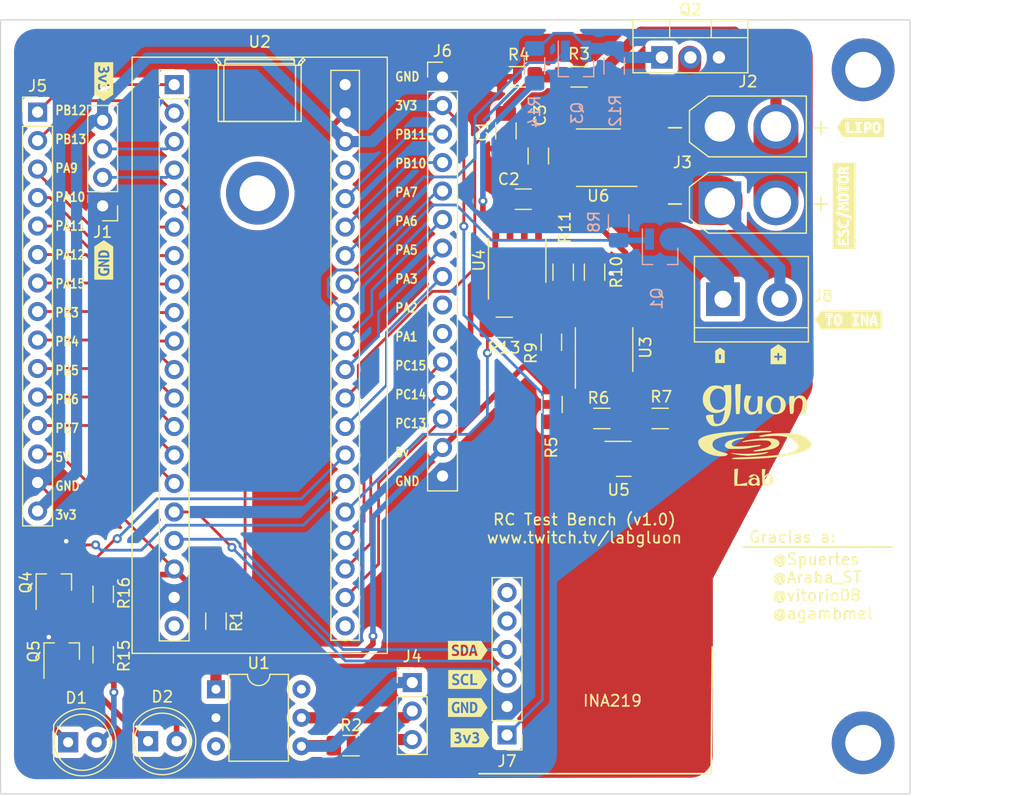
<source format=kicad_pcb>
(kicad_pcb (version 20211014) (generator pcbnew)
  (layers (0 "F.Cu" signal) (31 "B.Cu" signal) (34 "B.Paste" user) (35 "F.Paste" user) (36 "B.SilkS" user "B.Silkscreen") (37 "F.SilkS" user "F.Silkscreen") (38 "B.Mask" user) (39 "F.Mask" user) (44 "Edge.Cuts" user))
  (net 0 "")
  (net 1 "LIPO_NEG")
  (net 2 "Net-(J1-Pad2)")
  (net 3 "Net-(J1-Pad3)")
  (net 4 "+3V3")
  (net 5 "LIPO_POS")
  (net 6 "V_ESC_N")
  (net 7 "ESC_PWM")
  (net 8 "ESC_5V")
  (net 9 "ESC_GND")
  (net 10 "PB12")
  (net 11 "PB13")
  (net 12 "PA9")
  (net 13 "PA10")
  (net 14 "PA11")
  (net 15 "PA12")
  (net 16 "PA15")
  (net 17 "PB3")
  (net 18 "PB4")
  (net 19 "PB5")
  (net 20 "PB6")
  (net 21 "PB7")
  (net 22 "+5V")
  (net 23 "PB11")
  (net 24 "PB10")
  (net 25 "PA7")
  (net 26 "PA6")
  (net 27 "PA5")
  (net 28 "PA3")
  (net 29 "Net-(D1-Pad1)")
  (net 30 "PC15")
  (net 31 "PC14")
  (net 32 "PC13")
  (net 33 "INA_SCL")
  (net 34 "INA_SDA")
  (net 37 "Net-(J8-Pad1)")
  (net 38 "LOW_PATH_ACT")
  (net 39 "Net-(Q2-Pad1)")
  (net 40 "Net-(Q2-Pad2)")
  (net 41 "HIGH_PATH_ACT")
  (net 42 "PWM_TO_ESC")
  (net 43 "Net-(R1-Pad2)")
  (net 44 "V_FEEDBACK")
  (net 45 "Net-(D1-Pad2)")
  (net 46 "Net-(D2-Pad1)")
  (net 47 "Net-(D2-Pad2)")
  (net 50 "LED_2")
  (net 51 "HIGH_CURRENT_ADC_adap")
  (net 60 "HIGH_CURRENT_ADC")
  (net 61 "LED_1")
  (net 62 "Net-(U6-Pad6)")
  (net 63 "Net-(R5-Pad2)")
  (net 64 "Net-(R6-Pad2)")
  (net 65 "Net-(R13-Pad1)")
  (net 66 "Net-(R9-Pad1)")
  (net 67 "Net-(R10-Pad2)")
  (net 68 "Net-(R10-Pad1)")
  (footprint "Connector_AMASS:AMASS_XT30U-F_1x02_P5.0mm_Vertical" (layer "F.Cu") (at 117.225 59.2)
    (fp_text reference "J2")
    (fp_text value "FROM_LIPO")
  )
  (footprint "Resistor_SMD:R_1206_3216Metric_Pad1.30x1.75mm_HandSolder" (layer "F.Cu") (at 72.3 103.3 -90)
    (fp_text reference "R1")
    (fp_text value "220")
  )
  (footprint "Package_TO_SOT_SMD:SOT-23_Handsoldering" (layer "F.Cu") (at 57.85 99.85 90)
    (fp_text reference "Q4")
    (fp_text value "IRLML2502")
  )
  (footprint "STM32_Blue_Pill:LogoGluon_12mm" (layer "F.Cu") (at 120.3 86.4)
    (fp_text reference "G***" hide)
    (fp_text value "LOGO" hide)
  )
  (footprint "kibuzzard-6356CE47" (layer "F.Cu") (at 117.235 79.6 90)
    (fp_text reference "kibuzzard-6356CE47" hide)
    (fp_text value "G***" hide)
  )
  (footprint "Connector_PinHeader_2.54mm:PinHeader_1x03_P2.54mm_Vertical" (layer "F.Cu") (at 89.8 108.775)
    (fp_text reference "J4")
    (fp_text value "ESC_PWM_CONTROL")
  )
  (footprint "kibuzzard-6356CD66" (layer "F.Cu") (at 94.75 111)
    (fp_text reference "kibuzzard-6356CD66" hide)
    (fp_text value "G***" hide)
  )
  (footprint "" (layer "F.Cu") (at 76 65.15)
    (fp_text reference "")
    (fp_text value "")
  )
  (footprint "Package_SO:SOIC-8_3.9x4.9mm_P1.27mm" (layer "F.Cu") (at 106.38875 61.985 180)
    (fp_text reference "U6")
    (fp_text value "ACS712xLCTR-20A")
  )
  (footprint "Connector_PinHeader_2.54mm:PinHeader_1x04_P2.54mm_Vertical" (layer "F.Cu") (at 62.2 66.28 180)
    (fp_text reference "J1")
    (fp_text value "LoadCell")
  )
  (footprint "TerminalBlock:TerminalBlock_bornier-2_P5.08mm" (layer "F.Cu") (at 117.495 74.6)
    (fp_text reference "J8")
    (fp_text value "INA219_CURRENT")
  )
  (footprint "kibuzzard-6356CE02" (layer "F.Cu") (at 128.3 66.275 90)
    (fp_text reference "kibuzzard-6356CE02" hide)
    (fp_text value "G***" hide)
  )
  (footprint "Capacitor_SMD:C_1206_3216Metric_Pad1.33x1.80mm_HandSolder" (layer "F.Cu") (at 98.15 59.6 -90)
    (fp_text reference "C1")
    (fp_text value "100nF")
  )
  (footprint "Resistor_SMD:R_1206_3216Metric_Pad1.30x1.75mm_HandSolder" (layer "F.Cu") (at 104.675 54.775 180)
    (fp_text reference "R3")
    (fp_text value "4k7")
  )
  (footprint "Resistor_SMD:R_1206_3216Metric_Pad1.30x1.75mm_HandSolder" (layer "F.Cu") (at 103.254264 72.189264 90)
    (fp_text reference "R11")
    (fp_text value "20k")
  )
  (footprint "Resistor_SMD:R_1206_3216Metric_Pad1.30x1.75mm_HandSolder" (layer "F.Cu") (at 99.175 54.775 180)
    (fp_text reference "R4")
    (fp_text value "1k")
  )
  (footprint "LED_THT:LED_D5.0mm" (layer "F.Cu") (at 66.25 114)
    (fp_text reference "D2")
    (fp_text value "LED_2")
  )
  (footprint "" (layer "F.Cu") (at 130 54.15)
    (fp_text reference "")
    (fp_text value "")
  )
  (footprint "kibuzzard-6356CD7C" (layer "F.Cu") (at 94.75 108.5)
    (fp_text reference "kibuzzard-6356CD7C" hide)
    (fp_text value "G***" hide)
  )
  (footprint "Connector_AMASS:AMASS_XT30U-F_1x02_P5.0mm_Vertical" (layer "F.Cu") (at 117.225 66)
    (fp_text reference "J3")
    (fp_text value "ALIM_ESC")
  )
  (footprint "kibuzzard-6356CD5A" (layer "F.Cu") (at 62.3 55.2 -90)
    (fp_text reference "kibuzzard-6356CD5A" hide)
    (fp_text value "G***" hide)
  )
  (footprint "MountingHole:MountingHole_3.2mm_M3_DIN965_Pad" (layer "F.Cu") (at 130 114.15)
    (fp_text reference "REF**" hide)
    (fp_text value "MountingHole_3.2mm_M3_DIN965_Pad")
  )
  (footprint "kibuzzard-6356CE38" (layer "F.Cu") (at 122.435 79.5 90)
    (fp_text reference "kibuzzard-6356CE38" hide)
    (fp_text value "G***" hide)
  )
  (footprint "Connector_PinHeader_2.54mm:PinHeader_1x15_P2.54mm_Vertical" (layer "F.Cu") (at 56.4 57.92)
    (fp_text reference "J5")
    (fp_text value "H1")
  )
  (footprint "Resistor_SMD:R_1206_3216Metric_Pad1.30x1.75mm_HandSolder" (layer "F.Cu") (at 98.004264 77.109264 180)
    (fp_text reference "R13")
    (fp_text value "20k")
  )
  (footprint "Package_SO:SOP-8_3.9x4.9mm_P1.27mm" (layer "F.Cu") (at 99.154264 71.139264 90)
    (fp_text reference "U4")
    (fp_text value "LM358")
  )
  (footprint "Package_TO_SOT_SMD:SOT-23_Handsoldering" (layer "F.Cu") (at 58.55 106 90)
    (fp_text reference "Q5")
    (fp_text value "IRLML2502")
  )
  (footprint "kibuzzard-635D7BC7" (layer "F.Cu") (at 129.75 59.3)
    (fp_text reference "kibuzzard-635D7BC7" hide)
    (fp_text value "G***" hide)
  )
  (footprint "Connector_PinHeader_2.54mm:PinHeader_1x15_P2.54mm_Vertical" (layer "F.Cu") (at 92.5 54.8)
    (fp_text reference "J6")
    (fp_text value "H2")
  )
  (footprint "kibuzzard-6356CD66" (layer "F.Cu") (at 62.3 71.1 90)
    (fp_text reference "kibuzzard-6356CD66" hide)
    (fp_text value "G***" hide)
  )
  (footprint "Resistor_SMD:R_1206_3216Metric_Pad1.30x1.75mm_HandSolder" (layer "F.Cu") (at 84.35 114.4)
    (fp_text reference "R2")
    (fp_text value "1k")
  )
  (footprint "Package_TO_SOT_THT:TO-220-3_Vertical" (layer "F.Cu") (at 112.06 53.045)
    (fp_text reference "Q2")
    (fp_text value "IRF3808")
  )
  (footprint "Package_TO_SOT_SMD:SOT-23" (layer "F.Cu") (at 108.654264 88.834264)
    (fp_text reference "U5")
    (fp_text value "TL432DBZ")
  )
  (footprint "Connector_PinHeader_2.54mm:PinHeader_1x06_P2.54mm_Vertical" (layer "F.Cu") (at 98.25 113.45 180)
    (fp_text reference "J7")
    (fp_text value "UNA219_IF")
  )
  (footprint "Resistor_SMD:R_1206_3216Metric_Pad1.30x1.75mm_HandSolder" (layer "F.Cu") (at 106.704264 85.234264)
    (fp_text reference "R6")
    (fp_text value "1k")
  )
  (footprint "Resistor_SMD:R_1206_3216Metric_Pad1.30x1.75mm_HandSolder" (layer "F.Cu") (at 106.054264 72.189264 -90)
    (fp_text reference "R10")
    (fp_text value "20k")
  )
  (footprint "Capacitor_SMD:C_1206_3216Metric_Pad1.33x1.80mm_HandSolder" (layer "F.Cu") (at 101.03875 61.835 90)
    (fp_text reference "C3")
    (fp_text value "100nF")
  )
  (footprint "Resistor_SMD:R_1206_3216Metric_Pad1.30x1.75mm_HandSolder" (layer "F.Cu") (at 102.254264 83.984264 -90)
    (fp_text reference "R5")
    (fp_text value "100")
  )
  (footprint "Package_DIP:DIP-6_W7.62mm" (layer "F.Cu") (at 72.3 109.375)
    (fp_text reference "U1")
    (fp_text value "4N25")
  )
  (footprint "Resistor_SMD:R_1206_3216Metric_Pad1.30x1.75mm_HandSolder" (layer "F.Cu") (at 62.25 100.9 -90)
    (fp_text reference "R16")
    (fp_text value "10k")
  )
  (footprint "kibuzzard-6356CD87" (layer "F.Cu") (at 94.75 105.9)
    (fp_text reference "kibuzzard-6356CD87" hide)
    (fp_text value "G***" hide)
  )
  (footprint "kibuzzard-635D7BB9" (layer "F.Cu") (at 128.675 76.45)
    (fp_text reference "kibuzzard-635D7BB9" hide)
    (fp_text value "G***" hide)
  )
  (footprint "Resistor_SMD:R_1206_3216Metric_Pad1.30x1.75mm_HandSolder" (layer "F.Cu") (at 111.904264 85.234264 180)
    (fp_text reference "R7")
    (fp_text value "4k7")
  )
  (footprint "Capacitor_SMD:C_1206_3216Metric_Pad1.33x1.80mm_HandSolder" (layer "F.Cu") (at 99.70125 65.685 180)
    (fp_text reference "C2")
    (fp_text value "100nF")
  )
  (footprint "Package_SO:SOP-8_3.9x4.9mm_P1.27mm" (layer "F.Cu") (at 106.904264 79.089264 90)
    (fp_text reference "U3")
    (fp_text value "LM358")
  )
  (footprint "STM32_Blue_Pill:YAAJ_BluePill_1b" (layer "F.Cu") (at 68.58 55.47)
    (fp_text reference "U2")
    (fp_text value "YAAJ_BluePill_Part_Like" hide)
  )
  (footprint "kibuzzard-6356CD5A" (layer "F.Cu") (at 94.95 113.7)
    (fp_text reference "kibuzzard-6356CD5A" hide)
    (fp_text value "G***" hide)
  )
  (footprint "Resistor_SMD:R_1206_3216Metric_Pad1.30x1.75mm_HandSolder" (layer "F.Cu") (at 102.204264 78.439264 90)
    (fp_text reference "R9")
    (fp_text value "20k")
  )
  (footprint "LED_THT:LED_D5.0mm" (layer "F.Cu") (at 59.125 114.1)
    (fp_text reference "D1")
    (fp_text value "LED_1")
  )
  (footprint "Resistor_SMD:R_1206_3216Metric_Pad1.30x1.75mm_HandSolder" (layer "F.Cu") (at 62.25 106.3 -90)
    (fp_text reference "R15")
    (fp_text value "10k")
  )
  (footprint "Resistor_SMD:R_1206_3216Metric_Pad1.30x1.75mm_HandSolder" (layer "B.Cu") (at 107.8 53.8 -90)
    (fp_text reference "R12")
    (fp_text value "100k")
  )
  (footprint "Resistor_SMD:R_1206_3216Metric_Pad1.30x1.75mm_HandSolder" (layer "B.Cu") (at 100.7 53.8 90)
    (fp_text reference "R14")
    (fp_text value "1K")
  )
  (footprint "Package_TO_SOT_SMD:SOT-23_Handsoldering" (layer "B.Cu") (at 104.4 54 -90)
    (fp_text reference "Q3")
    (fp_text value "IRLML2502")
  )
  (footprint "Resistor_SMD:R_1206_3216Metric_Pad1.30x1.75mm_HandSolder" (layer "B.Cu") (at 108.2 67.8 90)
    (fp_text reference "R8")
    (fp_text value "10k")
  )
  (footprint "Package_TO_SOT_SMD:SOT-23_Handsoldering" (layer "B.Cu") (at 111.9 70.75 -90)
    (fp_text reference "Q1")
    (fp_text value "IRLML2502")
  )
  (gr_line (start 116.45 116.9) (end 116.55 105.6) (layer "F.SilkS") (width 0.15))
  (gr_line (start 119.3 96.7) (end 132.6 96.7) (layer "F.SilkS") (width 0.15))
  (gr_line (start 95.75 116.9) (end 116.45 116.9) (layer "F.SilkS") (width 0.15))
  (gr_rect (start 53.1 49.7) (end 134.175 118.7) (layer "Edge.Cuts") (width 0.1) (fill none))
  (gr_text "RC Test Bench (v1.0)\nwww.twitch.tv/labgluon" (at 105.15 95.05) (layer "F.SilkS") (effects (font (size 1 1))))
  (gr_text "GND\n\n3V3\n\nPB11\n\nPB10\n\nPA7\n\nPA6\n\nPA5\n\nPA3\n\nPA2\n\nPA1\n\nPC15\n\nPC14\n\nPC13\n\n5v\n\nGND" (at 88.2 72.8) (layer "F.SilkS") (effects (font (size 0.8 0.7)) (justify left)))
  (gr_text "INA219\n" (at 107.65 110.4) (layer "F.SilkS") (effects (font (size 1 1))))
  (gr_text "@Spuertes\n@Araba_ST\n@vitorio08\n@agambmel" (at 121.8 100.2) (layer "F.SilkS") (effects (font (size 1 1)) (justify left)))
  (gr_text "Gracias a:" (at 123.7 95.8) (layer "F.SilkS") (effects (font (size 1 1))))
  (gr_text "PB12\n\nPB13\n\nPA9\n\nPA10\n\nPA11\n\nPA12\n\nPA15\n\nPB3\n\nPB4\n\nPB5\n\nPB6\n\nPB7\n\n5V\n\nGND\n\n3v3\n" (at 57.9 75.8) (layer "F.SilkS") (effects (font (size 0.8 0.7)) (justify left)))
  (segment (start 101.23125 60.08) (end 103.91375 60.08) (width 1) (layer "F.Cu") (net 1))
  (segment (start 83.82 55.47) (end 84.49 54.8) (width 2) (layer "F.Cu") (net 1))
  (segment (start 57.85 96.775) (end 57.85 98.35) (width 0.25) (layer "F.Cu") (net 1))
  (segment (start 84.49 54.8) (end 92.5 54.8) (width 2) (layer "F.Cu") (net 1))
  (segment (start 58.95 96.175) (end 58.45 96.175) (width 0.25) (layer "F.Cu") (net 1))
  (segment (start 58.975 93.515) (end 56.4 90.94) (width 0.25) (layer "F.Cu") (net 1))
  (segment (start 58.975 96.15) (end 58.975 93.515) (width 0.25) (layer "F.Cu") (net 1))
  (segment (start 58.45 96.175) (end 57.85 96.775) (width 0.25) (layer "F.Cu") (net 1))
  (segment (start 109.591764 88.834264) (end 109.854264 88.834264) (width 1) (layer "F.Cu") (net 1))
  (segment (start 109.854264 88.834264) (end 113.454264 85.234264) (width 1) (layer "F.Cu") (net 1))
  (segment (start 58.95 96.175) (end 58.975 96.15) (width 0.25) (layer "F.Cu") (net 1))
  (segment (start 101.03875 60.2725) (end 101.23125 60.08) (width 1) (layer "F.Cu") (net 1))
  (segment (start 57.625 104.5) (end 57.4 104.725) (width 0.25) (layer "F.Cu") (net 1))
  (segment (start 58.55 104.5) (end 57.625 104.5) (width 0.25) (layer "F.Cu") (net 1))
  (via (at 107.5 72.3) (size 0.8) (drill 0.4) (layers "F.Cu" "B.Cu") (net 1))
  (via (at 57.4 104.725) (size 0.8) (drill 0.4) (layers "F.Cu" "B.Cu") (net 1))
  (via (at 58.95 96.175) (size 0.8) (drill 0.4) (layers "F.Cu" "B.Cu") (net 1))
  (segment (start 117.14 53.045) (end 117.14 53.86) (width 1) (layer "B.Cu") (net 1))
  (segment (start 60.935 98.16) (end 60.935 101.19) (width 0.25) (layer "B.Cu") (net 1))
  (segment (start 58.95 96.175) (end 60.935 98.16) (width 0.25) (layer "B.Cu") (net 1))
  (segment (start 57.4 104.725) (end 60.935 101.19) (width 0.25) (layer "B.Cu") (net 1))
  (segment (start 60.935 101.19) (end 68.58 101.19) (width 0.25) (layer "B.Cu") (net 1))
  (segment (start 117.14 53.86) (end 115.65 55.35) (width 1) (layer "B.Cu") (net 1))
  (segment (start 115.65 55.35) (end 107.8 55.35) (width 1) (layer "B.Cu") (net 1))
  (segment (start 62.2 63.74) (end 67.93 63.74) (width 0.25) (layer "B.Cu") (net 2))
  (segment (start 67.93 63.74) (end 68.58 63.09) (width 0.25) (layer "B.Cu") (net 2))
  (segment (start 67.93 61.2) (end 68.58 60.55) (width 0.25) (layer "B.Cu") (net 3))
  (segment (start 62.2 61.2) (end 67.93 61.2) (width 0.25) (layer "B.Cu") (net 3))
  (segment (start 94.4 68.1) (end 94.4 59.24) (width 0.25) (layer "F.Cu") (net 4))
  (segment (start 94.4 59.24) (end 92.5 57.34) (width 0.25) (layer "F.Cu") (net 4))
  (via (at 94.4 68.1) (size 0.8) (drill 0.4) (layers "F.Cu" "B.Cu") (net 4))
  (segment (start 86.25 60.55) (end 89.46 57.34) (width 1) (layer "B.Cu") (net 4))
  (segment (start 83.82 60.55) (end 86.25 60.55) (width 1) (layer "B.Cu") (net 4))
  (segment (start 76.37 53.1) (end 83.82 60.55) (width 1) (layer "B.Cu") (net 4))
  (segment (start 94.4 76) (end 101.4 83) (width 0.25) (layer "B.Cu") (net 4))
  (segment (start 62.2 58.66) (end 62.2 57.1) (width 1) (layer "B.Cu") (net 4))
  (segment (start 61.34 58.66) (end 62.2 58.66) (width 1) (layer "B.Cu") (net 4))
  (segment (start 62.2 57.1) (end 66.2 53.1) (width 1) (layer "B.Cu") (net 4))
  (segment (start 59.877897 90.002103) (end 59.877897 60.122103) (width 1) (layer "B.Cu") (net 4))
  (segment (start 94.4 68.1) (end 94.4 76) (width 0.25) (layer "B.Cu") (net 4))
  (segment (start 56.4 93.48) (end 59.877897 90.002103) (width 1) (layer "B.Cu") (net 4))
  (segment (start 101.4 83) (end 101.4 110.3) (width 0.25) (layer "B.Cu") (net 4))
  (segment (start 101.4 110.3) (end 98.25 113.45) (width 0.25) (layer "B.Cu") (net 4))
  (segment (start 66.2 53.1) (end 76.37 53.1) (width 1) (layer "B.Cu") (net 4))
  (segment (start 89.46 57.34) (end 92.5 57.34) (width 1) (layer "B.Cu") (net 4))
  (segment (start 59.877897 60.122103) (end 61.34 58.66) (width 1) (layer "B.Cu") (net 4))
  (segment (start 118.525 50.8) (end 122.225 54.5) (width 1) (layer "F.Cu") (net 5))
  (segment (start 122.225 54.5) (end 122.225 59.2) (width 1) (layer "F.Cu") (net 5))
  (segment (start 110.2 50.8) (end 118.525 50.8) (width 1) (layer "F.Cu") (net 5))
  (segment (start 122.225 66) (end 122.225 59.2) (width 4) (layer "F.Cu") (net 5))
  (segment (start 106.225 54.775) (end 110.2 50.8) (width 1) (layer "F.Cu") (net 5))
  (segment (start 122.575 71.825) (end 117.225 66.475) (width 1) (layer "B.Cu") (net 6))
  (segment (start 117.225 66.475) (end 117.225 66) (width 1) (layer "B.Cu") (net 6))
  (segment (start 122.575 74.6) (end 122.575 71.825) (width 1) (layer "B.Cu") (net 6))
  (segment (start 82.8 114.4) (end 79.975 114.4) (width 1) (layer "F.Cu") (net 7))
  (segment (start 79.975 114.4) (end 79.92 114.455) (width 1) (layer "F.Cu") (net 7))
  (segment (start 88.325 108.775) (end 82.645 114.455) (width 1) (layer "B.Cu") (net 7))
  (segment (start 89.8 108.775) (end 88.325 108.775) (width 1) (layer "B.Cu") (net 7))
  (segment (start 82.645 114.455) (end 79.92 114.455) (width 1) (layer "B.Cu") (net 7))
  (segment (start 89.2 111.915) (end 89.8 111.315) (width 1) (layer "F.Cu") (net 8))
  (segment (start 79.92 111.915) (end 89.2 111.915) (width 1) (layer "F.Cu") (net 8))
  (segment (start 89.8 113.855) (end 86.445 113.855) (width 1) (layer "F.Cu") (net 9))
  (segment (start 86.445 113.855) (end 85.9 114.4) (width 1) (layer "F.Cu") (net 9))
  (segment (start 58.85 55.47) (end 68.58 55.47) (width 0.25) (layer "F.Cu") (net 10))
  (segment (start 56.4 57.92) (end 58.85 55.47) (width 0.25) (layer "F.Cu") (net 10))
  (segment (start 67.47 56.9) (end 68.58 58.01) (width 0.25) (layer "F.Cu") (net 11))
  (segment (start 56.4 60.46) (end 59.96 56.9) (width 0.25) (layer "F.Cu") (net 11))
  (segment (start 59.96 56.9) (end 67.47 56.9) (width 0.25) (layer "F.Cu") (net 11))
  (segment (start 56.4 63.35) (end 61.22 68.17) (width 0.25) (layer "F.Cu") (net 12))
  (segment (start 61.22 68.17) (end 68.58 68.17) (width 0.25) (layer "F.Cu") (net 12))
  (segment (start 56.4 63) (end 56.4 63.35) (width 0.25) (layer "F.Cu") (net 12))
  (segment (start 57.49 65.54) (end 62.66 70.71) (width 0.25) (layer "F.Cu") (net 13))
  (segment (start 62.66 70.71) (end 68.58 70.71) (width 0.25) (layer "F.Cu") (net 13))
  (segment (start 56.4 65.54) (end 57.49 65.54) (width 0.25) (layer "F.Cu") (net 13))
  (segment (start 56.4 68.08) (end 59.03 68.08) (width 0.25) (layer "F.Cu") (net 14))
  (segment (start 59.03 68.08) (end 64.2 73.25) (width 0.25) (layer "F.Cu") (net 14))
  (segment (start 64.2 73.25) (end 68.58 73.25) (width 0.25) (layer "F.Cu") (net 14))
  (segment (start 56.4 70.62) (end 60.72 70.62) (width 0.25) (layer "F.Cu") (net 15))
  (segment (start 60.72 70.62) (end 65.89 75.79) (width 0.25) (layer "F.Cu") (net 15))
  (segment (start 65.89 75.79) (end 68.58 75.79) (width 0.25) (layer "F.Cu") (net 15))
  (segment (start 62.06 73.16) (end 67.23 78.33) (width 0.25) (layer "F.Cu") (net 16))
  (segment (start 56.4 73.16) (end 62.06 73.16) (width 0.25) (layer "F.Cu") (net 16))
  (segment (start 67.23 78.33) (end 68.58 78.33) (width 0.25) (layer "F.Cu") (net 16))
  (segment (start 56.4 75.7) (end 63.41 75.7) (width 0.25) (layer "F.Cu") (net 17))
  (segment (start 63.41 75.7) (end 68.58 80.87) (width 0.25) (layer "F.Cu") (net 17))
  (segment (start 56.4 78.24) (end 63.41 78.24) (width 0.25) (layer "F.Cu") (net 18))
  (segment (start 63.41 78.24) (end 68.58 83.41) (width 0.25) (layer "F.Cu") (net 18))
  (segment (start 63.41 80.78) (end 68.58 85.95) (width 0.25) (layer "F.Cu") (net 19))
  (segment (start 56.4 80.78) (end 63.41 80.78) (width 0.25) (layer "F.Cu") (net 19))
  (segment (start 63.41 83.32) (end 68.58 88.49) (width 0.25) (layer "F.Cu") (net 20))
  (segment (start 56.4 83.32) (end 63.41 83.32) (width 0.25) (layer "F.Cu") (net 20))
  (segment (start 63.41 85.86) (end 68.58 91.03) (width 0.25) (layer "F.Cu") (net 21))
  (segment (start 56.4 85.86) (end 63.41 85.86) (width 0.25) (layer "F.Cu") (net 21))
  (segment (start 97.2 68.563528) (end 97.249264 68.514264) (width 0.5) (layer "F.Cu") (net 22))
  (segment (start 60.45 102.95) (end 60.45 101.15) (width 0.5) (layer "F.Cu") (net 22))
  (segment (start 86.3 105.325) (end 85.3 106.325) (width 0.5) (layer "F.Cu") (net 22))
  (segment (start 60.45 101.15) (end 62.25 99.35) (width 0.5) (layer "F.Cu") (net 22))
  (segment (start 56.4 88.4) (end 58.33 88.4) (width 0.25) (layer "F.Cu") (net 22))
  (segment (start 97.2 71.2) (end 97.2 68.563528) (width 0.5) (layer "F.Cu") (net 22))
  (segment (start 58.33 88.4) (end 68.58 98.65) (width 0.25) (layer "F.Cu") (net 22))
  (segment (start 100.004264 80.639264) (end 100.004264 79.739264) (width 0.5) (layer "F.Cu") (net 22))
  (segment (start 85.3 106.325) (end 76.675 106.325) (width 0.5) (layer "F.Cu") (net 22))
  (segment (start 103.074264 78.389264) (end 104.999264 76.464264) (width 0.5) (layer "F.Cu") (net 22))
  (segment (start 103.05875 63.89) (end 101.26375 65.685) (width 0.5) (layer "F.Cu") (net 22))
  (segment (start 96.1 67.365) (end 97.249264 68.514264) (width 0.5) (layer "F.Cu") (net 22))
  (segment (start 73.75 103.4) (end 71.325 103.4) (width 0.5) (layer "F.Cu") (net 22))
  (segment (start 68.08 99.15) (end 68.58 98.65) (width 0.5) (layer "F.Cu") (net 22))
  (segment (start 99.680736 80.639264) (end 100.004264 80.639264) (width 0.5) (layer "F.Cu") (net 22))
  (segment (start 98.125 67.125) (end 97.249264 68.000736) (width 0.5) (layer "F.Cu") (net 22))
  (segment (start 101.354264 78.389264) (end 103.074264 78.389264) (width 0.5) (layer "F.Cu") (net 22))
  (segment (start 102.254264 82.434264) (end 101.799264 82.434264) (width 0.5) (layer "F.Cu") (net 22))
  (segment (start 92.5 87.82) (end 95 85.32) (width 0.5) (layer "F.Cu") (net 22))
  (segment (start 99.82375 67.125) (end 98.125 67.125) (width 0.5) (layer "F.Cu") (net 22))
  (segment (start 71.325 103.4) (end 70.375 102.45) (width 0.5) (layer "F.Cu") (net 22))
  (segment (start 96.1 65.85) (end 96.1 67.365) (width 0.5) (layer "F.Cu") (net 22))
  (segment (start 95 85.32) (end 95 73.4) (width 0.5) (layer "F.Cu") (net 22))
  (segment (start 97.249264 68.000736) (end 97.249264 68.514264) (width 0.5) (layer "F.Cu") (net 22))
  (segment (start 103.91375 63.89) (end 103.05875 63.89) (width 0.5) (layer "F.Cu") (net 22))
  (segment (start 92.5 87.82) (end 99.680736 80.639264) (width 0.5) (layer "F.Cu") (net 22))
  (segment (start 76.675 106.325) (end 73.75 103.4) (width 0.5) (layer "F.Cu") (net 22))
  (segment (start 101.799264 82.434264) (end 100.004264 80.639264) (width 0.5) (layer "F.Cu") (net 22))
  (segment (start 100.004264 79.739264) (end 101.354264 78.389264) (width 0.5) (layer "F.Cu") (net 22))
  (segment (start 62.45 99.15) (end 68.08 99.15) (width 0.5) (layer "F.Cu") (net 22))
  (segment (start 70.375 102.45) (end 70.375 100.445) (width 0.5) (layer "F.Cu") (net 22))
  (segment (start 62.25 99.35) (end 62.45 99.15) (width 0.5) (layer "F.Cu") (net 22))
  (segment (start 101.26375 65.685) (end 99.82375 67.125) (width 0.5) (layer "F.Cu") (net 22))
  (segment (start 95 73.4) (end 97.2 71.2) (width 0.5) (layer "F.Cu") (net 22))
  (segment (start 62.25 104.75) (end 60.45 102.95) (width 0.5) (layer "F.Cu") (net 22))
  (segment (start 86.3 104.625) (end 86.3 105.325) (width 0.5) (layer "F.Cu") (net 22))
  (segment (start 70.375 100.445) (end 68.58 98.65) (width 0.5) (layer "F.Cu") (net 22))
  (via (at 86.3 104.625) (size 0.8) (drill 0.4) (layers "F.Cu" "B.Cu") (net 22))
  (via (at 96.1 65.85) (size 0.8) (drill 0.4) (layers "F.Cu" "B.Cu") (net 22))
  (segment (start 96.1 65.85) (end 96.1 59.95) (width 0.5) (layer "B.Cu") (net 22))
  (segment (start 96.1 59.95) (end 100.7 55.35) (width 0.5) (layer "B.Cu") (net 22))
  (segment (start 86.3 94.02) (end 86.3 104.625) (width 0.5) (layer "B.Cu") (net 22))
  (segment (start 92.5 87.82) (end 86.3 94.02) (width 0.5) (layer "B.Cu") (net 22))
  (segment (start 92.5 59.88) (end 89.57 59.88) (width 0.25) (layer "B.Cu") (net 23))
  (segment (start 89.57 59.88) (end 83.82 65.63) (width 0.25) (layer "B.Cu") (net 23))
  (segment (start 92.5 62.42) (end 89.57 62.42) (width 0.25) (layer "B.Cu") (net 24))
  (segment (start 89.57 62.42) (end 83.82 68.17) (width 0.25) (layer "B.Cu") (net 24))
  (segment (start 82.3 74.27) (end 83.82 75.79) (width 0.25) (layer "B.Cu") (net 25))
  (segment (start 92.04 64.96) (end 85 72) (width 0.25) (layer "B.Cu") (net 25))
  (segment (start 85 72) (end 83.1 72) (width 0.25) (layer "B.Cu") (net 25))
  (segment (start 83.1 72) (end 82.3 72.8) (width 0.25) (layer "B.Cu") (net 25))
  (segment (start 92.5 64.96) (end 92.04 64.96) (width 0.25) (layer "B.Cu") (net 25))
  (segment (start 82.3 72.8) (end 82.3 74.27) (width 0.25) (layer "B.Cu") (net 25))
  (segment (start 92.5 67.5) (end 86.2 73.8) (width 0.25) (layer "B.Cu") (net 26))
  (segment (start 86.2 73.8) (end 86.2 75.95) (width 0.25) (layer "B.Cu") (net 26))
  (segment (start 86.2 75.95) (end 83.82 78.33) (width 0.25) (layer "B.Cu") (net 26))
  (segment (start 92.5 70.04) (end 86.8 75.74) (width 0.25) (layer "B.Cu") (net 27))
  (segment (start 86.8 77.89) (end 83.82 80.87) (width 0.25) (layer "B.Cu") (net 27))
  (segment (start 86.8 75.74) (end 86.8 77.89) (width 0.25) (layer "B.Cu") (net 27))
  (segment (start 92.5 72.58) (end 87.5 77.58) (width 0.25) (layer "B.Cu") (net 28))
  (segment (start 87.5 82.27) (end 83.82 85.95) (width 0.25) (layer "B.Cu") (net 28))
  (segment (start 87.5 77.58) (end 87.5 82.27) (width 0.25) (layer "B.Cu") (net 28))
  (segment (start 56.25 111.225) (end 56.25 104.45) (width 0.5) (layer "F.Cu") (net 29))
  (segment (start 56.25 104.45) (end 58.8 101.9) (width 0.5) (layer "F.Cu") (net 29))
  (segment (start 59.125 114.1) (end 56.25 111.225) (width 0.5) (layer "F.Cu") (net 29))
  (segment (start 58.8 101.9) (end 58.8 101.35) (width 0.5) (layer "F.Cu") (net 29))
  (segment (start 83.82 96.11) (end 85.5 94.43) (width 0.25) (layer "F.Cu") (net 30))
  (segment (start 85.5 87.2) (end 92.5 80.2) (width 0.25) (layer "F.Cu") (net 30))
  (segment (start 85.5 94.43) (end 85.5 87.2) (width 0.25) (layer "F.Cu") (net 30))
  (segment (start 86.1 89.14) (end 86.1 96.37) (width 0.25) (layer "F.Cu") (net 31))
  (segment (start 92.5 82.74) (end 86.1 89.14) (width 0.25) (layer "F.Cu") (net 31))
  (segment (start 86.1 96.37) (end 83.82 98.65) (width 0.25) (layer "F.Cu") (net 31))
  (segment (start 92.5 85.28) (end 86.8 90.98) (width 0.25) (layer "F.Cu") (net 32))
  (segment (start 86.8 90.98) (end 86.8 98.21) (width 0.25) (layer "F.Cu") (net 32))
  (segment (start 86.8 98.21) (end 83.82 101.19) (width 0.25) (layer "F.Cu") (net 32))
  (segment (start 68.58 93.57) (end 70.57 93.57) (width 0.25) (layer "F.Cu") (net 33))
  (segment (start 70.57 93.57) (end 73.725 96.725) (width 0.25) (layer "F.Cu") (net 33))
  (via (at 73.725 96.725) (size 0.8) (drill 0.4) (layers "F.Cu" "B.Cu") (net 33))
  (segment (start 83.85 106.85) (end 96.73 106.85) (width 0.25) (layer "B.Cu") (net 33))
  (segment (start 73.725 96.725) (end 83.85 106.85) (width 0.25) (layer "B.Cu") (net 33))
  (segment (start 96.73 106.85) (end 98.25 108.37) (width 0.25) (layer "B.Cu") (net 33))
  (segment (start 74.45 96.424695) (end 74.45 96.65) (width 0.25) (layer "B.Cu") (net 34))
  (segment (start 74.45 96.65) (end 83.63 105.83) (width 0.25) (layer "B.Cu") (net 34))
  (segment (start 68.58 96.11) (end 68.69 96) (width 0.25) (layer "B.Cu") (net 34))
  (segment (start 68.69 96) (end 74.025305 96) (width 0.25) (layer "B.Cu") (net 34))
  (segment (start 74.025305 96) (end 74.45 96.424695) (width 0.25) (layer "B.Cu") (net 34))
  (segment (start 83.63 105.83) (end 98.25 105.83) (width 0.25) (layer "B.Cu") (net 34))
  (segment (start 112.85 69.25) (end 113.95 69.25) (width 2) (layer "B.Cu") (net 37))
  (segment (start 117.495 72.795) (end 117.495 74.6) (width 2) (layer "B.Cu") (net 37))
  (segment (start 117.495 73.245) (end 117.495 74.6) (width 0.5) (layer "B.Cu") (net 37))
  (segment (start 113.95 69.25) (end 117.495 72.795) (width 2) (layer "B.Cu") (net 37))
  (segment (start 91.6 66.2) (end 93.731444 66.2) (width 0.25) (layer "B.Cu") (net 38))
  (segment (start 84.55 73.25) (end 91.6 66.2) (width 0.25) (layer "B.Cu") (net 38))
  (segment (start 83.82 73.25) (end 84.55 73.25) (width 0.25) (layer "B.Cu") (net 38))
  (segment (start 108.2 69.35) (end 110.85 69.35) (width 0.5) (layer "B.Cu") (net 38))
  (segment (start 93.731444 66.2) (end 96.881444 69.35) (width 0.25) (layer "B.Cu") (net 38))
  (segment (start 96.881444 69.35) (end 108.2 69.35) (width 0.25) (layer "B.Cu") (net 38))
  (segment (start 105.35 52.175) (end 105.35 52.5) (width 0.25) (layer "B.Cu") (net 39))
  (segment (start 102.4 50.9) (end 104.075 50.9) (width 0.25) (layer "B.Cu") (net 39))
  (segment (start 107.8 52.25) (end 105.6 52.25) (width 1) (layer "B.Cu") (net 39))
  (segment (start 100.7 52.25) (end 101.05 52.25) (width 0.25) (layer "B.Cu") (net 39))
  (segment (start 104.075 50.9) (end 105.35 52.175) (width 0.25) (layer "B.Cu") (net 39))
  (segment (start 101.05 52.25) (end 102.4 50.9) (width 0.25) (layer "B.Cu") (net 39))
  (segment (start 112.06 53.045) (end 108.595 53.045) (width 1) (layer "B.Cu") (net 39))
  (segment (start 108.595 53.045) (end 107.8 52.25) (width 1) (layer "B.Cu") (net 39))
  (segment (start 105.6 52.25) (end 105.35 52.5) (width 1) (layer "B.Cu") (net 39))
  (segment (start 95.4 58.3) (end 100.2 53.5) (width 0.25) (layer "B.Cu") (net 41))
  (segment (start 83.82 70.71) (end 90.83 63.7) (width 0.25) (layer "B.Cu") (net 41))
  (segment (start 102.45 53.5) (end 103.45 52.5) (width 0.25) (layer "B.Cu") (net 41))
  (segment (start 100.2 53.5) (end 102.45 53.5) (width 0.25) (layer "B.Cu") (net 41))
  (segment (start 90.83 63.7) (end 93.751444 63.7) (width 0.25) (layer "B.Cu") (net 41))
  (segment (start 93.751444 63.7) (end 95.4 62.051444) (width 0.25) (layer "B.Cu") (net 41))
  (segment (start 95.4 62.051444) (end 95.4 58.3) (width 0.25) (layer "B.Cu") (net 41))
  (segment (start 72.3 101.75) (end 74.9 99.15) (width 0.25) (layer "F.Cu") (net 42))
  (segment (start 74.9 99.15) (end 74.9 71.95) (width 0.25) (layer "F.Cu") (net 42))
  (segment (start 74.9 71.95) (end 68.58 65.63) (width 0.25) (layer "F.Cu") (net 42))
  (segment (start 72.3 104.85) (end 72.3 109.375) (width 1) (layer "F.Cu") (net 43))
  (segment (start 93.3 73.9) (end 95.375 71.825) (width 0.25) (layer "F.Cu") (net 44))
  (segment (start 84.995 82.235) (end 84.995 80.505) (width 0.25) (layer "F.Cu") (net 44))
  (segment (start 98.15 58.0375) (end 98.15 57.35) (width 0.5) (layer "F.Cu") (net 44))
  (segment (start 95.375 60.8125) (end 98.15 58.0375) (width 0.25) (layer "F.Cu") (net 44))
  (segment (start 103.125 54.775) (end 100.725 54.775) (width 1) (layer "F.Cu") (net 44))
  (segment (start 91.6 73.9) (end 93.3 73.9) (width 0.25) (layer "F.Cu") (net 44))
  (segment (start 83.82 83.41) (end 84.995 82.235) (width 0.25) (layer "F.Cu") (net 44))
  (segment (start 98.15 57.35) (end 100.725 54.775) (width 0.5) (layer "F.Cu") (net 44))
  (segment (start 84.995 80.505) (end 91.6 73.9) (width 0.25) (layer "F.Cu") (net 44))
  (segment (start 95.375 71.825) (end 95.375 60.8125) (width 0.25) (layer "F.Cu") (net 44))
  (segment (start 63.2 109.65) (end 63.2 108.8) (width 0.5) (layer "F.Cu") (net 45))
  (segment (start 63.2 108.8) (end 62.25 107.85) (width 0.5) (layer "F.Cu") (net 45))
  (via (at 63.2 109.65) (size 0.8) (drill 0.4) (layers "F.Cu" "B.Cu") (net 45))
  (segment (start 63.2 112.8) (end 61.9 114.1) (width 0.5) (layer "B.Cu") (net 45))
  (segment (start 63.2 109.65) (end 63.2 112.8) (width 0.5) (layer "B.Cu") (net 45))
  (segment (start 61.9 114.1) (end 61.665 114.1) (width 0.5) (layer "B.Cu") (net 45))
  (segment (start 66 114) (end 59.5 107.5) (width 0.5) (layer "F.Cu") (net 46))
  (segment (start 66.25 114) (end 66 114) (width 0.5) (layer "F.Cu") (net 46))
  (segment (start 62.25 102.45) (end 68.79 108.99) (width 0.5) (layer "F.Cu") (net 47))
  (segment (start 68.79 108.99) (end 68.79 114) (width 0.5) (layer "F.Cu") (net 47))
  (segment (start 59.075 99.175) (end 56.9 101.35) (width 0.25) (layer "F.Cu") (net 50))
  (segment (start 61.575 96.5) (end 60.725 96.5) (width 0.25) (layer "F.Cu") (net 50))
  (segment (start 60.725 96.5) (end 59.075 98.15) (width 0.25) (layer "F.Cu") (net 50))
  (segment (start 59.075 98.15) (end 59.075 99.175) (width 0.25) (layer "F.Cu") (net 50))
  (via (at 61.575 96.5) (size 0.8) (drill 0.4) (layers "F.Cu" "B.Cu") (net 50))
  (segment (start 61.575 96.5) (end 62.05 96.975) (width 0.25) (layer "B.Cu") (net 50))
  (segment (start 80.1 94.75) (end 83.501802 91.348198) (width 0.25) (layer "B.Cu") (net 50))
  (segment (start 67.875 94.75) (end 80.1 94.75) (width 0.25) (layer "B.Cu") (net 50))
  (segment (start 65.65 96.975) (end 67.875 94.75) (width 0.25) (layer "B.Cu") (net 50))
  (segment (start 62.05 96.975) (end 65.65 96.975) (width 0.25) (layer "B.Cu") (net 50))
  (segment (start 96.5 77.155) (end 96.454264 77.109264) (width 0.25) (layer "F.Cu") (net 51))
  (segment (start 97.249264 73.764264) (end 97.249264 76.314264) (width 0.5) (layer "F.Cu") (net 51))
  (segment (start 97.249264 76.314264) (end 96.454264 77.109264) (width 0.5) (layer "F.Cu") (net 51))
  (segment (start 96.5 79.4) (end 96.5 77.155) (width 0.25) (layer "F.Cu") (net 51))
  (via (at 96.5 79.4) (size 0.8) (drill 0.4) (layers "F.Cu" "B.Cu") (net 51))
  (segment (start 83.82 93.57) (end 90.745 86.645) (width 0.25) (layer "B.Cu") (net 51))
  (segment (start 90.745 86.645) (end 94.855 86.645) (width 0.25) (layer "B.Cu") (net 51))
  (segment (start 94.855 86.645) (end 96.5 85) (width 0.25) (layer "B.Cu") (net 51))
  (segment (start 96.5 85) (end 96.5 79.4) (width 0.25) (layer "B.Cu") (net 51))
  (segment (start 108.809264 70.459264) (end 108.809264 76.464264) (width 0.5) (layer "F.Cu") (net 60))
  (segment (start 105.42 62.62) (end 106.65 63.85) (width 0.5) (layer "F.Cu") (net 60))
  (segment (start 103.91375 62.62) (end 105.42 62.62) (width 0.5) (layer "F.Cu") (net 60))
  (segment (start 106.65 68.3) (end 108.809264 70.459264) (width 0.5) (layer "F.Cu") (net 60))
  (segment (start 106.65 63.85) (end 106.65 68.3) (width 0.5) (layer "F.Cu") (net 60))
  (segment (start 63.35 95.95) (end 63.5 95.95) (width 0.25) (layer "F.Cu") (net 61))
  (segment (start 57.6 107.5) (end 59.525 105.575) (width 0.25) (layer "F.Cu") (net 61))
  (segment (start 59.525 105.575) (end 59.525 99.775) (width 0.25) (layer "F.Cu") (net 61))
  (segment (start 59.525 99.775) (end 63.35 95.95) (width 0.25) (layer "F.Cu") (net 61))
  (via (at 63.5 95.95) (size 0.8) (drill 0.4) (layers "F.Cu" "B.Cu") (net 61))
  (segment (start 79.915 92.395) (end 83.501802 88.808198) (width 0.25) (layer "B.Cu") (net 61))
  (segment (start 63.5 95.95) (end 67.055 92.395) (width 0.25) (layer "B.Cu") (net 61))
  (segment (start 67.055 92.395) (end 79.915 92.395) (width 0.25) (layer "B.Cu") (net 61))
  (segment (start 101.03875 63.3975) (end 103.08625 61.35) (width 0.5) (layer "F.Cu") (net 62))
  (segment (start 103.08625 61.35) (end 103.91375 61.35) (width 0.5) (layer "F.Cu") (net 62))
  (segment (start 107.716764 87.796764) (end 105.154264 85.234264) (width 0.5) (layer "F.Cu") (net 63))
  (segment (start 107.716764 89.784264) (end 107.716764 87.884264) (width 0.5) (layer "F.Cu") (net 63))
  (segment (start 107.716764 87.884264) (end 107.716764 87.796764) (width 0.5) (layer "F.Cu") (net 63))
  (segment (start 104.854264 85.534264) (end 105.154264 85.234264) (width 0.5) (layer "F.Cu") (net 63))
  (segment (start 102.254264 85.534264) (end 104.854264 85.534264) (width 0.5) (layer "F.Cu") (net 63))
  (segment (start 107.539264 81.714264) (end 107.539264 84.519264) (width 0.5) (layer "F.Cu") (net 64))
  (segment (start 108.254264 85.234264) (end 110.354264 85.234264) (width 1) (layer "F.Cu") (net 64))
  (segment (start 107.539264 84.519264) (end 108.254264 85.234264) (width 0.5) (layer "F.Cu") (net 64))
  (segment (start 102.204264 76.889264) (end 99.774264 76.889264) (width 1) (layer "F.Cu") (net 65))
  (segment (start 98.519264 73.764264) (end 98.519264 76.074264) (width 0.5) (layer "F.Cu") (net 65))
  (segment (start 98.519264 76.074264) (end 99.554264 77.109264) (width 0.5) (layer "F.Cu") (net 65))
  (segment (start 99.774264 76.889264) (end 99.554264 77.109264) (width 1) (layer "F.Cu") (net 65))
  (segment (start 106.269264 81.714264) (end 104.999264 81.714264) (width 0.5) (layer "F.Cu") (net 66))
  (segment (start 102.204264 79.989264) (end 103.274264 79.989264) (width 0.5) (layer "F.Cu") (net 66))
  (segment (start 103.274264 79.989264) (end 104.999264 81.714264) (width 0.5) (layer "F.Cu") (net 66))
  (segment (start 106.275 76.458528) (end 106.269264 76.464264) (width 0.5) (layer "F.Cu") (net 67))
  (segment (start 106.275 73.96) (end 106.275 76.458528) (width 0.5) (layer "F.Cu") (net 67))
  (segment (start 106.269264 76.464264) (end 107.539264 76.464264) (width 0.5) (layer "F.Cu") (net 67))
  (segment (start 106.054264 73.739264) (end 106.275 73.96) (width 0.5) (layer "F.Cu") (net 67))
  (segment (start 99.789264 73.360736) (end 99.789264 73.764264) (width 0.5) (layer "F.Cu") (net 68))
  (segment (start 103.254264 70.639264) (end 102.510736 70.639264) (width 0.5) (layer "F.Cu") (net 68))
  (segment (start 102.510736 70.639264) (end 99.789264 73.360736) (width 0.5) (layer "F.Cu") (net 68))
  (segment (start 106.054264 70.639264) (end 103.254264 70.639264) (width 0.5) (layer "F.Cu") (net 68))
  (zone (net 1) (net_name "LIPO_NEG") (layer "F.Cu") (name "LIPO_NEG_1") (connect_pads (clearance 0.508)) (min_thickness 0.254) (fill yes (thermal_gap 0.508) (thermal_bridge_width 0.508) (smoothing fillet) (radius 2))
    (polygon (pts (xy 125.5 51) (xy 125.5 82.65) (xy 116.6 99.5) (xy 116.6 117.25) (xy 54.45 117.35) (xy 54.5 50.8)))
  )
  (zone (net 1) (net_name "LIPO_NEG") (layer "F.Cu") (name "LIPO_NEG_1") (priority 1) (connect_pads yes (clearance 0.508)) (min_thickness 0.254) (fill yes (thermal_gap 0.508) (thermal_bridge_width 0.508) (smoothing fillet) (radius 2))
    (polygon (pts (xy 119.15 56.9) (xy 119.15 61.25) (xy 115.3 61.25) (xy 115.3 56.9) (xy 115.9 55.4) (xy 116.3 52) (xy 117.95 52)))
  )
  (zone (net 6) (net_name "V_ESC_N") (layer "F.Cu") (priority 1) (connect_pads yes (clearance 0.508)) (min_thickness 0.254) (fill yes (thermal_gap 0.508) (thermal_bridge_width 0.508) (smoothing fillet) (radius 2))
    (polygon (pts (xy 119.2 63.95) (xy 119.3 68.05) (xy 115.3 67.95) (xy 107.8 64.45) (xy 107.8 62.2) (xy 109.95 62.2)))
  )
  (zone (net 40) (net_name "Net-(Q2-Pad2)") (layer "F.Cu") (priority 1) (connect_pads yes (clearance 0.508)) (min_thickness 0.254) (fill yes (thermal_gap 0.508) (thermal_bridge_width 0.508) (smoothing fillet) (radius 2))
    (polygon (pts (xy 115.55 54.15) (xy 110.35 61.6) (xy 107.85 61.6) (xy 107.85 59.7) (xy 113.5 54.2) (xy 113.5 52) (xy 115.6 52)))
  )
  (zone (net 1) (net_name "LIPO_NEG") (layer "B.Cu") (name "LIPO_NEG_1") (connect_pads yes (clearance 0.508)) (min_thickness 0.254) (fill yes (thermal_gap 0.508) (thermal_bridge_width 0.508) (smoothing fillet) (radius 2) (island_removal_mode 1) (island_area_min 0))
    (polygon (pts (xy 125.6 82.2) (xy 102.7 99.8) (xy 102.7 117.2) (xy 54.3 117.4) (xy 54.3 50.5) (xy 125.4 50.5)))
  )
)
</source>
